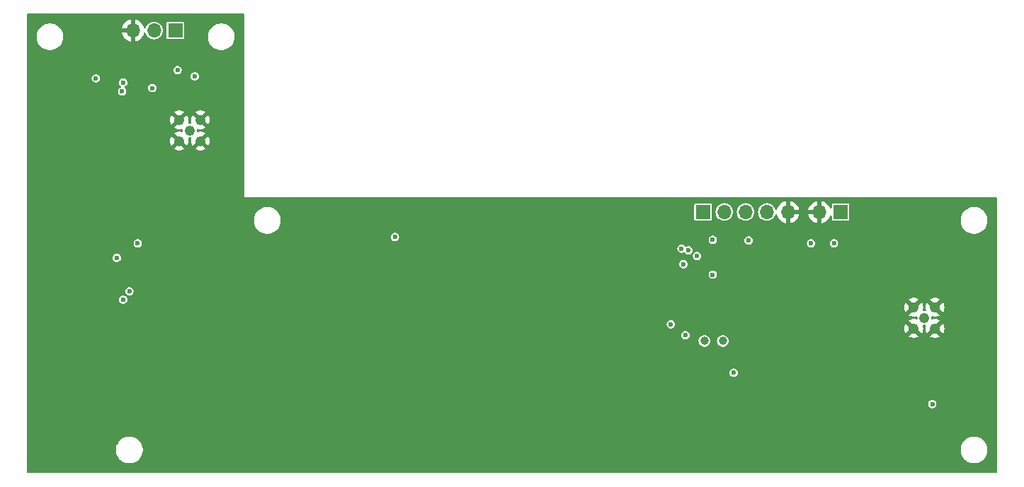
<source format=gbr>
%TF.GenerationSoftware,KiCad,Pcbnew,8.0.5*%
%TF.CreationDate,2024-12-20T11:35:35-05:00*%
%TF.ProjectId,mc3_afe,6d63335f-6166-4652-9e6b-696361645f70,rev?*%
%TF.SameCoordinates,Original*%
%TF.FileFunction,Copper,L2,Inr*%
%TF.FilePolarity,Positive*%
%FSLAX46Y46*%
G04 Gerber Fmt 4.6, Leading zero omitted, Abs format (unit mm)*
G04 Created by KiCad (PCBNEW 8.0.5) date 2024-12-20 11:35:35*
%MOMM*%
%LPD*%
G01*
G04 APERTURE LIST*
%TA.AperFunction,ComponentPad*%
%ADD10C,1.240000*%
%TD*%
%TA.AperFunction,ComponentPad*%
%ADD11C,1.000000*%
%TD*%
%TA.AperFunction,ComponentPad*%
%ADD12C,1.016000*%
%TD*%
%TA.AperFunction,ComponentPad*%
%ADD13R,1.700000X1.700000*%
%TD*%
%TA.AperFunction,ComponentPad*%
%ADD14O,1.700000X1.700000*%
%TD*%
%TA.AperFunction,ViaPad*%
%ADD15C,0.600000*%
%TD*%
G04 APERTURE END LIST*
D10*
%TO.N,Net-(J5-In)*%
%TO.C,J5*%
X173300000Y-94430000D03*
%TO.N,GND*%
X172030000Y-93160000D03*
X172030000Y-95700000D03*
X174570000Y-93160000D03*
X174570000Y-95700000D03*
%TD*%
D11*
%TO.N,Net-(U4-PUP2)*%
%TO.C,TP2*%
X149200000Y-97200000D03*
%TD*%
D10*
%TO.N,Net-(J2-In)*%
%TO.C,J2*%
X85480000Y-71980000D03*
%TO.N,GND*%
X84210000Y-70710000D03*
X84210000Y-73250000D03*
X86750000Y-70710000D03*
X86750000Y-73250000D03*
%TD*%
D12*
%TO.N,GND*%
%TO.C,U7*%
X137985000Y-89298000D03*
X137985000Y-90822000D03*
X125285000Y-94378000D03*
X125285000Y-95902000D03*
X137985000Y-94378000D03*
X137985000Y-95902000D03*
X125285000Y-99458000D03*
X125285000Y-100982000D03*
X137985000Y-99458000D03*
X137985000Y-100982000D03*
X125285000Y-104538000D03*
X125285000Y-106062000D03*
X131000000Y-90060000D03*
X131000000Y-92600000D03*
X131000000Y-95140000D03*
X131000000Y-97680000D03*
X131000000Y-100220000D03*
X131000000Y-102760000D03*
X131000000Y-105300000D03*
X132270000Y-90060000D03*
X132270000Y-92600000D03*
X132270000Y-95140000D03*
X132270000Y-97680000D03*
X132270000Y-100220000D03*
X132270000Y-102760000D03*
X132270000Y-105300000D03*
%TD*%
%TO.N,GND*%
%TO.C,U2*%
X110985000Y-89738000D03*
X110985000Y-91262000D03*
X98285000Y-94818000D03*
X98285000Y-96342000D03*
X110985000Y-94818000D03*
X110985000Y-96342000D03*
X98285000Y-99898000D03*
X98285000Y-101422000D03*
X110985000Y-99898000D03*
X110985000Y-101422000D03*
X98285000Y-104978000D03*
X98285000Y-106502000D03*
X104000000Y-90500000D03*
X104000000Y-93040000D03*
X104000000Y-95580000D03*
X104000000Y-98120000D03*
X104000000Y-100660000D03*
X104000000Y-103200000D03*
X104000000Y-105740000D03*
X105270000Y-90500000D03*
X105270000Y-93040000D03*
X105270000Y-95580000D03*
X105270000Y-98120000D03*
X105270000Y-100660000D03*
X105270000Y-103200000D03*
X105270000Y-105740000D03*
%TD*%
D13*
%TO.N,Net-(J9-Pin_1)*%
%TO.C,J9*%
X146840000Y-81750000D03*
D14*
%TO.N,Net-(J9-Pin_2)*%
X149380000Y-81750000D03*
%TO.N,Net-(J9-Pin_3)*%
X151920000Y-81750000D03*
%TO.N,Net-(J9-Pin_4)*%
X154460000Y-81750000D03*
%TO.N,GND*%
X157000000Y-81750000D03*
%TD*%
D13*
%TO.N,+12V*%
%TO.C,J10*%
X163290000Y-81750000D03*
D14*
%TO.N,GND*%
X160750000Y-81750000D03*
%TD*%
D13*
%TO.N,/SW1*%
%TO.C,J8*%
X83750000Y-60000000D03*
D14*
%TO.N,/SW2*%
X81210000Y-60000000D03*
%TO.N,GND*%
X78670000Y-60000000D03*
%TD*%
D11*
%TO.N,Net-(U4-PUP1)*%
%TO.C,TP1*%
X147000000Y-97200000D03*
%TD*%
D15*
%TO.N,GND*%
X85000000Y-110000000D03*
X72500000Y-62500000D03*
X102500000Y-112500000D03*
X77500000Y-102500000D03*
X97115686Y-82884314D03*
X147500000Y-102500000D03*
X122000000Y-89800000D03*
X160000000Y-110000000D03*
X117500000Y-97500000D03*
X137500000Y-82500000D03*
X77500000Y-82500000D03*
X90000000Y-95000000D03*
X107500000Y-112500000D03*
X80600000Y-92500000D03*
X75000000Y-110000000D03*
X87500000Y-77500000D03*
X142500000Y-107500000D03*
X112500000Y-112500000D03*
X155000000Y-90000000D03*
X153900000Y-99800000D03*
X113900000Y-103700000D03*
X112500000Y-100000000D03*
X158800000Y-93500000D03*
X157300000Y-95500000D03*
X167500000Y-92500000D03*
X87500000Y-112500000D03*
X72600000Y-96500000D03*
X164900000Y-100000000D03*
X75950000Y-92634323D03*
X155400000Y-102100000D03*
X168600000Y-97700000D03*
X130000000Y-110000000D03*
X120000000Y-110000000D03*
X75000000Y-100000000D03*
X150500000Y-95500000D03*
X87500000Y-67500000D03*
X154000000Y-95800000D03*
X140000000Y-85000000D03*
X142200000Y-104400000D03*
X163200000Y-95100000D03*
X90000000Y-80000000D03*
X82500000Y-107500000D03*
X177500000Y-112500000D03*
X137500000Y-112500000D03*
X110000000Y-110000000D03*
X122500000Y-87500000D03*
X92143291Y-82251908D03*
X167500000Y-82500000D03*
X85000000Y-80000000D03*
X132500000Y-82500000D03*
X166684314Y-88315686D03*
X70000000Y-80000000D03*
X90000000Y-105000000D03*
X170800000Y-91400000D03*
X85000000Y-105000000D03*
X122200000Y-93400000D03*
X77500000Y-107500000D03*
X177500000Y-102500000D03*
X163000000Y-97500000D03*
X100000000Y-110000000D03*
X177500000Y-97500000D03*
X160000000Y-105000000D03*
X127500000Y-112500000D03*
X82500000Y-82500000D03*
X90000000Y-70000000D03*
X72500000Y-102500000D03*
X120000000Y-105000000D03*
X77500000Y-77500000D03*
X102500000Y-87500000D03*
X135000000Y-85000000D03*
X82500000Y-112500000D03*
X72500000Y-97500000D03*
X120000000Y-95000000D03*
X147500000Y-107500000D03*
X117500000Y-82500000D03*
X160000000Y-90000000D03*
X90000000Y-65000000D03*
X79500000Y-93700000D03*
X72500000Y-77500000D03*
X115000000Y-110000000D03*
X87500000Y-107500000D03*
X127500000Y-82500000D03*
X87500000Y-82500000D03*
X139500000Y-100000000D03*
X170000000Y-85000000D03*
X143000000Y-89000000D03*
X92500000Y-97500000D03*
X122500000Y-82500000D03*
X157500000Y-107500000D03*
X150000000Y-105000000D03*
X92500000Y-92500000D03*
X180000000Y-90000000D03*
X168700000Y-95600000D03*
X80000000Y-65000000D03*
X175000000Y-90000000D03*
X70000000Y-85000000D03*
X122500000Y-102500000D03*
X170700000Y-97900000D03*
X74000000Y-92500000D03*
X82500000Y-77500000D03*
X151200000Y-97500000D03*
X166100000Y-96600000D03*
X104785689Y-85550000D03*
X117500000Y-107500000D03*
X180000000Y-95000000D03*
X102334314Y-82665686D03*
X77500000Y-112500000D03*
X105000000Y-110000000D03*
X94828830Y-85402534D03*
X151100000Y-90900000D03*
X167500000Y-107500000D03*
X85000000Y-100000000D03*
X141000000Y-90500000D03*
X135000000Y-110000000D03*
X80000000Y-75000000D03*
X132500000Y-112500000D03*
X112500000Y-95000000D03*
X155000000Y-105000000D03*
X180000000Y-100000000D03*
X80000000Y-70000000D03*
X90000000Y-100000000D03*
X162500000Y-107500000D03*
X122500000Y-112500000D03*
X82392165Y-67743135D03*
X82500000Y-97500000D03*
X142500000Y-92500000D03*
X159200000Y-98600000D03*
X70000000Y-95000000D03*
X162500000Y-112500000D03*
X157500000Y-87500000D03*
X157500000Y-102500000D03*
X140000000Y-110000000D03*
X175000000Y-110000000D03*
X180000000Y-105000000D03*
X72500000Y-112500000D03*
X177500000Y-92500000D03*
X155000000Y-110000000D03*
X75000000Y-80000000D03*
X67500000Y-77500000D03*
X87500000Y-97500000D03*
X73700000Y-98100000D03*
X160000000Y-95000000D03*
X82500000Y-102500000D03*
X168600000Y-93500000D03*
X75000000Y-75000000D03*
X155000000Y-85000000D03*
X145000000Y-105000000D03*
X142500000Y-82500000D03*
X72500000Y-82500000D03*
X122500000Y-107500000D03*
X70000000Y-100000000D03*
X85000000Y-75000000D03*
X142500000Y-96500000D03*
X90000000Y-75000000D03*
X67500000Y-82500000D03*
X73200000Y-93400000D03*
X152500000Y-112500000D03*
X165000000Y-110000000D03*
X157500000Y-92500000D03*
X125000000Y-110000000D03*
X141700000Y-100800000D03*
X67500000Y-62500000D03*
X175000000Y-100000000D03*
X130000000Y-85000000D03*
X167500000Y-112500000D03*
X177500000Y-87500000D03*
X141000000Y-93500000D03*
X132500000Y-87500000D03*
X82500000Y-62500000D03*
X152500000Y-102500000D03*
X144900000Y-91400000D03*
X153250000Y-85100000D03*
X180000000Y-85000000D03*
X87500000Y-102500000D03*
X172500000Y-112500000D03*
X77500000Y-62500000D03*
X172500000Y-97500000D03*
X157500000Y-112500000D03*
X165000000Y-90000000D03*
X80000000Y-100000000D03*
X175000000Y-85000000D03*
X67500000Y-112500000D03*
X157900000Y-89900000D03*
X122500000Y-97500000D03*
X172500000Y-87500000D03*
X107615686Y-82284314D03*
X112500000Y-97500000D03*
X70000000Y-110000000D03*
X100000000Y-85550000D03*
X80000000Y-105000000D03*
X177500000Y-107500000D03*
X72500000Y-87500000D03*
X159600000Y-102100000D03*
X72500000Y-107500000D03*
X170000000Y-110000000D03*
X79700000Y-97300000D03*
X172500000Y-82500000D03*
X67500000Y-97500000D03*
X70000000Y-65000000D03*
X80000000Y-80000000D03*
X78800000Y-98000000D03*
X152500000Y-107500000D03*
X117500000Y-112500000D03*
X75000000Y-60000000D03*
X120000000Y-100000000D03*
X112500000Y-82500000D03*
X75000000Y-105000000D03*
X146653809Y-87640921D03*
X117500000Y-102500000D03*
X125000000Y-85000000D03*
X92500000Y-87500000D03*
X143400000Y-90100000D03*
X70000000Y-75000000D03*
%TO.N,+5V*%
X79250000Y-85500000D03*
X110000000Y-84750000D03*
%TO.N,+3V0*%
X162500000Y-85500000D03*
X148000000Y-85080761D03*
X159750000Y-85500000D03*
X150500000Y-101000000D03*
X86080760Y-65500000D03*
X144725013Y-96500013D03*
X74250000Y-65750000D03*
X76750000Y-87250000D03*
X148000000Y-89250000D03*
%TO.N,+12V*%
X174250000Y-104750000D03*
%TO.N,/SW2*%
X81000000Y-66900000D03*
X77388682Y-67310883D03*
X78250000Y-91250000D03*
%TO.N,/SW1*%
X77500000Y-92250000D03*
X84000005Y-64750005D03*
X77500000Y-66249999D03*
%TO.N,Net-(J9-Pin_3)*%
X145093689Y-86343689D03*
%TO.N,Net-(J9-Pin_4)*%
X143000000Y-95200000D03*
%TO.N,Net-(J9-Pin_1)*%
X144500000Y-88000000D03*
%TO.N,Net-(J9-Pin_2)*%
X144268846Y-86138411D03*
%TO.N,Net-(U11-QE)*%
X146128753Y-87011627D03*
X152290691Y-85150000D03*
%TD*%
%TA.AperFunction,Conductor*%
%TO.N,GND*%
G36*
X91943039Y-58019685D02*
G01*
X91988794Y-58072489D01*
X92000000Y-58124000D01*
X92000000Y-80000000D01*
X181876000Y-80000000D01*
X181943039Y-80019685D01*
X181988794Y-80072489D01*
X182000000Y-80124000D01*
X182000000Y-112876000D01*
X181980315Y-112943039D01*
X181927511Y-112988794D01*
X181876000Y-113000000D01*
X66124000Y-113000000D01*
X66056961Y-112980315D01*
X66011206Y-112927511D01*
X66000000Y-112876000D01*
X66000000Y-110124265D01*
X76652466Y-110124265D01*
X76652466Y-110375734D01*
X76691801Y-110624090D01*
X76769508Y-110863244D01*
X76883668Y-111087293D01*
X77031463Y-111290717D01*
X77031467Y-111290722D01*
X77209277Y-111468532D01*
X77209282Y-111468536D01*
X77386720Y-111597451D01*
X77412710Y-111616334D01*
X77555474Y-111689076D01*
X77636755Y-111730491D01*
X77636757Y-111730491D01*
X77636760Y-111730493D01*
X77764949Y-111772144D01*
X77875909Y-111808198D01*
X78124266Y-111847534D01*
X78375729Y-111847534D01*
X78375734Y-111847534D01*
X78624090Y-111808198D01*
X78863240Y-111730493D01*
X79087290Y-111616334D01*
X79290724Y-111468531D01*
X79468531Y-111290724D01*
X79616334Y-111087290D01*
X79730493Y-110863240D01*
X79808198Y-110624090D01*
X79847534Y-110375729D01*
X79850000Y-110250000D01*
X79847534Y-110124271D01*
X79847533Y-110124265D01*
X177652466Y-110124265D01*
X177652466Y-110375734D01*
X177691801Y-110624090D01*
X177769508Y-110863244D01*
X177883668Y-111087293D01*
X178031463Y-111290717D01*
X178031467Y-111290722D01*
X178209277Y-111468532D01*
X178209282Y-111468536D01*
X178386720Y-111597451D01*
X178412710Y-111616334D01*
X178555474Y-111689076D01*
X178636755Y-111730491D01*
X178636757Y-111730491D01*
X178636760Y-111730493D01*
X178764949Y-111772144D01*
X178875909Y-111808198D01*
X179124266Y-111847534D01*
X179375729Y-111847534D01*
X179375734Y-111847534D01*
X179624090Y-111808198D01*
X179863240Y-111730493D01*
X180087290Y-111616334D01*
X180290724Y-111468531D01*
X180468531Y-111290724D01*
X180616334Y-111087290D01*
X180730493Y-110863240D01*
X180808198Y-110624090D01*
X180847534Y-110375729D01*
X180850000Y-110250000D01*
X180847534Y-110124271D01*
X180808198Y-109875910D01*
X180730493Y-109636760D01*
X180730491Y-109636757D01*
X180730491Y-109636755D01*
X180689076Y-109555474D01*
X180616334Y-109412710D01*
X180597451Y-109386720D01*
X180468536Y-109209282D01*
X180468532Y-109209277D01*
X180290722Y-109031467D01*
X180290717Y-109031463D01*
X180087293Y-108883668D01*
X180087292Y-108883667D01*
X180087290Y-108883666D01*
X180017322Y-108848015D01*
X179863244Y-108769508D01*
X179624090Y-108691801D01*
X179375734Y-108652466D01*
X179375729Y-108652466D01*
X179124271Y-108652466D01*
X179124266Y-108652466D01*
X178875909Y-108691801D01*
X178636755Y-108769508D01*
X178412706Y-108883668D01*
X178209282Y-109031463D01*
X178209277Y-109031467D01*
X178031467Y-109209277D01*
X178031463Y-109209282D01*
X177883668Y-109412706D01*
X177769508Y-109636755D01*
X177691801Y-109875909D01*
X177652466Y-110124265D01*
X79847533Y-110124265D01*
X79808198Y-109875910D01*
X79730493Y-109636760D01*
X79730491Y-109636757D01*
X79730491Y-109636755D01*
X79689076Y-109555474D01*
X79616334Y-109412710D01*
X79597451Y-109386720D01*
X79468536Y-109209282D01*
X79468532Y-109209277D01*
X79290722Y-109031467D01*
X79290717Y-109031463D01*
X79087293Y-108883668D01*
X79087292Y-108883667D01*
X79087290Y-108883666D01*
X79017322Y-108848015D01*
X78863244Y-108769508D01*
X78624090Y-108691801D01*
X78375734Y-108652466D01*
X78375729Y-108652466D01*
X78124271Y-108652466D01*
X78124266Y-108652466D01*
X77875909Y-108691801D01*
X77636755Y-108769508D01*
X77412706Y-108883668D01*
X77209282Y-109031463D01*
X77209277Y-109031467D01*
X77031467Y-109209277D01*
X77031463Y-109209282D01*
X76883668Y-109412706D01*
X76769508Y-109636755D01*
X76691801Y-109875909D01*
X76652466Y-110124265D01*
X66000000Y-110124265D01*
X66000000Y-104750000D01*
X173744353Y-104750000D01*
X173764834Y-104892456D01*
X173824622Y-105023371D01*
X173824623Y-105023373D01*
X173918872Y-105132143D01*
X174039947Y-105209953D01*
X174039950Y-105209954D01*
X174039949Y-105209954D01*
X174178036Y-105250499D01*
X174178038Y-105250500D01*
X174178039Y-105250500D01*
X174321962Y-105250500D01*
X174321962Y-105250499D01*
X174460053Y-105209953D01*
X174581128Y-105132143D01*
X174675377Y-105023373D01*
X174735165Y-104892457D01*
X174755647Y-104750000D01*
X174735165Y-104607543D01*
X174675377Y-104476627D01*
X174581128Y-104367857D01*
X174460053Y-104290047D01*
X174460051Y-104290046D01*
X174460049Y-104290045D01*
X174460050Y-104290045D01*
X174321963Y-104249500D01*
X174321961Y-104249500D01*
X174178039Y-104249500D01*
X174178036Y-104249500D01*
X174039949Y-104290045D01*
X173918873Y-104367856D01*
X173824623Y-104476626D01*
X173824622Y-104476628D01*
X173764834Y-104607543D01*
X173744353Y-104750000D01*
X66000000Y-104750000D01*
X66000000Y-101000000D01*
X149994353Y-101000000D01*
X150014834Y-101142456D01*
X150074622Y-101273371D01*
X150074623Y-101273373D01*
X150168872Y-101382143D01*
X150289947Y-101459953D01*
X150289950Y-101459954D01*
X150289949Y-101459954D01*
X150428036Y-101500499D01*
X150428038Y-101500500D01*
X150428039Y-101500500D01*
X150571962Y-101500500D01*
X150571962Y-101500499D01*
X150710053Y-101459953D01*
X150831128Y-101382143D01*
X150925377Y-101273373D01*
X150985165Y-101142457D01*
X151005647Y-101000000D01*
X150985165Y-100857543D01*
X150925377Y-100726627D01*
X150831128Y-100617857D01*
X150710053Y-100540047D01*
X150710051Y-100540046D01*
X150710049Y-100540045D01*
X150710050Y-100540045D01*
X150571963Y-100499500D01*
X150571961Y-100499500D01*
X150428039Y-100499500D01*
X150428036Y-100499500D01*
X150289949Y-100540045D01*
X150168873Y-100617856D01*
X150074623Y-100726626D01*
X150074622Y-100726628D01*
X150014834Y-100857543D01*
X149994353Y-101000000D01*
X66000000Y-101000000D01*
X66000000Y-97200000D01*
X146294355Y-97200000D01*
X146314859Y-97368869D01*
X146314860Y-97368874D01*
X146375182Y-97527931D01*
X146437475Y-97618177D01*
X146471817Y-97667929D01*
X146577505Y-97761560D01*
X146599150Y-97780736D01*
X146749773Y-97859789D01*
X146749775Y-97859790D01*
X146914944Y-97900500D01*
X147085056Y-97900500D01*
X147250225Y-97859790D01*
X147329692Y-97818081D01*
X147400849Y-97780736D01*
X147400850Y-97780734D01*
X147400852Y-97780734D01*
X147528183Y-97667929D01*
X147624818Y-97527930D01*
X147685140Y-97368872D01*
X147705645Y-97200000D01*
X148494355Y-97200000D01*
X148514859Y-97368869D01*
X148514860Y-97368874D01*
X148575182Y-97527931D01*
X148637475Y-97618177D01*
X148671817Y-97667929D01*
X148777505Y-97761560D01*
X148799150Y-97780736D01*
X148949773Y-97859789D01*
X148949775Y-97859790D01*
X149114944Y-97900500D01*
X149285056Y-97900500D01*
X149450225Y-97859790D01*
X149529692Y-97818081D01*
X149600849Y-97780736D01*
X149600850Y-97780734D01*
X149600852Y-97780734D01*
X149728183Y-97667929D01*
X149824818Y-97527930D01*
X149885140Y-97368872D01*
X149905645Y-97200000D01*
X149885140Y-97031128D01*
X149824818Y-96872070D01*
X149728183Y-96732071D01*
X149600852Y-96619266D01*
X149600849Y-96619263D01*
X149450226Y-96540210D01*
X149285056Y-96499500D01*
X149114944Y-96499500D01*
X148949773Y-96540210D01*
X148799150Y-96619263D01*
X148671816Y-96732072D01*
X148575182Y-96872068D01*
X148514860Y-97031125D01*
X148514859Y-97031130D01*
X148494355Y-97200000D01*
X147705645Y-97200000D01*
X147685140Y-97031128D01*
X147624818Y-96872070D01*
X147528183Y-96732071D01*
X147400852Y-96619266D01*
X147400849Y-96619263D01*
X147250226Y-96540210D01*
X147085056Y-96499500D01*
X146914944Y-96499500D01*
X146749773Y-96540210D01*
X146599150Y-96619263D01*
X146471816Y-96732072D01*
X146375182Y-96872068D01*
X146314860Y-97031125D01*
X146314859Y-97031130D01*
X146294355Y-97200000D01*
X66000000Y-97200000D01*
X66000000Y-96500013D01*
X144219366Y-96500013D01*
X144239847Y-96642469D01*
X144269261Y-96706875D01*
X144299636Y-96773386D01*
X144393885Y-96882156D01*
X144514960Y-96959966D01*
X144514963Y-96959967D01*
X144514962Y-96959967D01*
X144653049Y-97000512D01*
X144653051Y-97000513D01*
X144653052Y-97000513D01*
X144796975Y-97000513D01*
X144796975Y-97000512D01*
X144935066Y-96959966D01*
X145056141Y-96882156D01*
X145150390Y-96773386D01*
X145210178Y-96642470D01*
X145230660Y-96500013D01*
X145210178Y-96357556D01*
X145150390Y-96226640D01*
X145056141Y-96117870D01*
X144935066Y-96040060D01*
X144935064Y-96040059D01*
X144935062Y-96040058D01*
X144935063Y-96040058D01*
X144796976Y-95999513D01*
X144796974Y-95999513D01*
X144653052Y-95999513D01*
X144653049Y-95999513D01*
X144514962Y-96040058D01*
X144393886Y-96117869D01*
X144299636Y-96226639D01*
X144299635Y-96226641D01*
X144239847Y-96357556D01*
X144219366Y-96500013D01*
X66000000Y-96500013D01*
X66000000Y-95200000D01*
X142494353Y-95200000D01*
X142514834Y-95342456D01*
X142560347Y-95442114D01*
X142574623Y-95473373D01*
X142668872Y-95582143D01*
X142789947Y-95659953D01*
X142789950Y-95659954D01*
X142789949Y-95659954D01*
X142897107Y-95691417D01*
X142926336Y-95700000D01*
X142928036Y-95700499D01*
X142928038Y-95700500D01*
X142928039Y-95700500D01*
X143071962Y-95700500D01*
X143071962Y-95700499D01*
X143210053Y-95659953D01*
X143331128Y-95582143D01*
X143425377Y-95473373D01*
X143485165Y-95342457D01*
X143505647Y-95200000D01*
X143485165Y-95057543D01*
X143425377Y-94926627D01*
X143331128Y-94817857D01*
X143210053Y-94740047D01*
X143210051Y-94740046D01*
X143210049Y-94740045D01*
X143210050Y-94740045D01*
X143071963Y-94699500D01*
X143071961Y-94699500D01*
X142928039Y-94699500D01*
X142928036Y-94699500D01*
X142789949Y-94740045D01*
X142668873Y-94817856D01*
X142574623Y-94926626D01*
X142574622Y-94926628D01*
X142514834Y-95057543D01*
X142494353Y-95200000D01*
X66000000Y-95200000D01*
X66000000Y-93159999D01*
X170905202Y-93159999D01*
X170905202Y-93160000D01*
X170924353Y-93366676D01*
X170981158Y-93566327D01*
X171073673Y-93752123D01*
X171073681Y-93752136D01*
X171078254Y-93758191D01*
X171612356Y-93224089D01*
X171638622Y-93322114D01*
X171693916Y-93417886D01*
X171772114Y-93496084D01*
X171867886Y-93551378D01*
X171965909Y-93577642D01*
X171434785Y-94108767D01*
X171434785Y-94108768D01*
X171528625Y-94166872D01*
X171528634Y-94166877D01*
X171722186Y-94241859D01*
X171926219Y-94280000D01*
X172133781Y-94280000D01*
X172334125Y-94242549D01*
X172403640Y-94249580D01*
X172458319Y-94293078D01*
X172480801Y-94359231D01*
X172480130Y-94378321D01*
X172474308Y-94429995D01*
X172474308Y-94430004D01*
X172480130Y-94481678D01*
X172468075Y-94550500D01*
X172420726Y-94601879D01*
X172353116Y-94619503D01*
X172334126Y-94617450D01*
X172133782Y-94580000D01*
X171926219Y-94580000D01*
X171722186Y-94618140D01*
X171722185Y-94618140D01*
X171528634Y-94693121D01*
X171528633Y-94693122D01*
X171434784Y-94751231D01*
X171965909Y-95282356D01*
X171867886Y-95308622D01*
X171772114Y-95363916D01*
X171693916Y-95442114D01*
X171638622Y-95537886D01*
X171612356Y-95635909D01*
X171078254Y-95101807D01*
X171078253Y-95101808D01*
X171073679Y-95107866D01*
X171073675Y-95107872D01*
X170981158Y-95293672D01*
X170924353Y-95493323D01*
X170905202Y-95699999D01*
X170905202Y-95700000D01*
X170924353Y-95906676D01*
X170981158Y-96106327D01*
X171073673Y-96292123D01*
X171073681Y-96292136D01*
X171078254Y-96298191D01*
X171612356Y-95764089D01*
X171638622Y-95862114D01*
X171693916Y-95957886D01*
X171772114Y-96036084D01*
X171867886Y-96091378D01*
X171965909Y-96117643D01*
X171434785Y-96648767D01*
X171434785Y-96648768D01*
X171528625Y-96706872D01*
X171528634Y-96706877D01*
X171722186Y-96781859D01*
X171926219Y-96820000D01*
X172133781Y-96820000D01*
X172337813Y-96781859D01*
X172337814Y-96781859D01*
X172531370Y-96706875D01*
X172625214Y-96648768D01*
X172625214Y-96648767D01*
X172094090Y-96117642D01*
X172192114Y-96091378D01*
X172287886Y-96036084D01*
X172366084Y-95957886D01*
X172421378Y-95862114D01*
X172447643Y-95764089D01*
X172981744Y-96298190D01*
X172981745Y-96298190D01*
X172986324Y-96292127D01*
X172986326Y-96292124D01*
X173078840Y-96106330D01*
X173078841Y-96106329D01*
X173135646Y-95906676D01*
X173154798Y-95700000D01*
X173154798Y-95699999D01*
X173135646Y-95493319D01*
X173135645Y-95493316D01*
X173110958Y-95406548D01*
X173111545Y-95336681D01*
X173149812Y-95278222D01*
X173213609Y-95249732D01*
X173244104Y-95249394D01*
X173290511Y-95254622D01*
X173299999Y-95255692D01*
X173300000Y-95255692D01*
X173300001Y-95255692D01*
X173308111Y-95254778D01*
X173355892Y-95249394D01*
X173424712Y-95261448D01*
X173476092Y-95308796D01*
X173493717Y-95376406D01*
X173489042Y-95406547D01*
X173464353Y-95493321D01*
X173445202Y-95699999D01*
X173445202Y-95700000D01*
X173464353Y-95906676D01*
X173521158Y-96106327D01*
X173613673Y-96292123D01*
X173613681Y-96292136D01*
X173618254Y-96298191D01*
X174152356Y-95764089D01*
X174178622Y-95862114D01*
X174233916Y-95957886D01*
X174312114Y-96036084D01*
X174407886Y-96091378D01*
X174505909Y-96117643D01*
X173974785Y-96648767D01*
X173974785Y-96648768D01*
X174068625Y-96706872D01*
X174068634Y-96706877D01*
X174262186Y-96781859D01*
X174466219Y-96820000D01*
X174673781Y-96820000D01*
X174877813Y-96781859D01*
X174877814Y-96781859D01*
X175071370Y-96706875D01*
X175165214Y-96648768D01*
X175165214Y-96648767D01*
X174634090Y-96117642D01*
X174732114Y-96091378D01*
X174827886Y-96036084D01*
X174906084Y-95957886D01*
X174961378Y-95862114D01*
X174987643Y-95764090D01*
X175521744Y-96298190D01*
X175521745Y-96298190D01*
X175526324Y-96292127D01*
X175526326Y-96292124D01*
X175618840Y-96106330D01*
X175618841Y-96106329D01*
X175675646Y-95906676D01*
X175694798Y-95700000D01*
X175694798Y-95699999D01*
X175675646Y-95493323D01*
X175618841Y-95293670D01*
X175618840Y-95293669D01*
X175526328Y-95107879D01*
X175526324Y-95107873D01*
X175521744Y-95101808D01*
X174987643Y-95635909D01*
X174961378Y-95537886D01*
X174906084Y-95442114D01*
X174827886Y-95363916D01*
X174732114Y-95308622D01*
X174634089Y-95282356D01*
X175165214Y-94751231D01*
X175165213Y-94751229D01*
X175071374Y-94693126D01*
X174877813Y-94618140D01*
X174673781Y-94580000D01*
X174466218Y-94580000D01*
X174265873Y-94617450D01*
X174196358Y-94610419D01*
X174141680Y-94566921D01*
X174119198Y-94500767D01*
X174119869Y-94481676D01*
X174125692Y-94430000D01*
X174125692Y-94429998D01*
X174119869Y-94378323D01*
X174131923Y-94309501D01*
X174179271Y-94258121D01*
X174246882Y-94240496D01*
X174265874Y-94242549D01*
X174466219Y-94280000D01*
X174673781Y-94280000D01*
X174877813Y-94241859D01*
X174877814Y-94241859D01*
X175071370Y-94166875D01*
X175165214Y-94108768D01*
X175165214Y-94108767D01*
X174634090Y-93577643D01*
X174732114Y-93551378D01*
X174827886Y-93496084D01*
X174906084Y-93417886D01*
X174961378Y-93322114D01*
X174987643Y-93224090D01*
X175521744Y-93758190D01*
X175521745Y-93758190D01*
X175526324Y-93752127D01*
X175526326Y-93752124D01*
X175618840Y-93566330D01*
X175618841Y-93566329D01*
X175675646Y-93366676D01*
X175694798Y-93160000D01*
X175694798Y-93159999D01*
X175675646Y-92953323D01*
X175618841Y-92753670D01*
X175618840Y-92753669D01*
X175526328Y-92567879D01*
X175526324Y-92567873D01*
X175521744Y-92561808D01*
X174987643Y-93095909D01*
X174961378Y-92997886D01*
X174906084Y-92902114D01*
X174827886Y-92823916D01*
X174732114Y-92768622D01*
X174634089Y-92742356D01*
X175165214Y-92211231D01*
X175165213Y-92211229D01*
X175071374Y-92153126D01*
X174877813Y-92078140D01*
X174673781Y-92040000D01*
X174466219Y-92040000D01*
X174262186Y-92078140D01*
X174262185Y-92078140D01*
X174068634Y-92153121D01*
X174068633Y-92153122D01*
X173974784Y-92211231D01*
X174505910Y-92742356D01*
X174407886Y-92768622D01*
X174312114Y-92823916D01*
X174233916Y-92902114D01*
X174178622Y-92997886D01*
X174152356Y-93095909D01*
X173618254Y-92561807D01*
X173618253Y-92561808D01*
X173613679Y-92567866D01*
X173613675Y-92567872D01*
X173521158Y-92753672D01*
X173464353Y-92953323D01*
X173445202Y-93159999D01*
X173445202Y-93160000D01*
X173464353Y-93366678D01*
X173489042Y-93453452D01*
X173488454Y-93523319D01*
X173450187Y-93581778D01*
X173386389Y-93610267D01*
X173355892Y-93610605D01*
X173300004Y-93604308D01*
X173299996Y-93604308D01*
X173244106Y-93610605D01*
X173175284Y-93598550D01*
X173123905Y-93551201D01*
X173106281Y-93483591D01*
X173110957Y-93453450D01*
X173135646Y-93366679D01*
X173154798Y-93160000D01*
X173154798Y-93159999D01*
X173135646Y-92953323D01*
X173078841Y-92753670D01*
X173078840Y-92753669D01*
X172986328Y-92567879D01*
X172986324Y-92567873D01*
X172981744Y-92561808D01*
X172447642Y-93095909D01*
X172421378Y-92997886D01*
X172366084Y-92902114D01*
X172287886Y-92823916D01*
X172192114Y-92768622D01*
X172094089Y-92742356D01*
X172625214Y-92211231D01*
X172625213Y-92211229D01*
X172531374Y-92153126D01*
X172337813Y-92078140D01*
X172133781Y-92040000D01*
X171926219Y-92040000D01*
X171722186Y-92078140D01*
X171722185Y-92078140D01*
X171528634Y-92153121D01*
X171528633Y-92153122D01*
X171434784Y-92211231D01*
X171965910Y-92742356D01*
X171867886Y-92768622D01*
X171772114Y-92823916D01*
X171693916Y-92902114D01*
X171638622Y-92997886D01*
X171612356Y-93095909D01*
X171078254Y-92561807D01*
X171078253Y-92561808D01*
X171073679Y-92567866D01*
X171073675Y-92567872D01*
X170981158Y-92753672D01*
X170924353Y-92953323D01*
X170905202Y-93159999D01*
X66000000Y-93159999D01*
X66000000Y-92250000D01*
X76994353Y-92250000D01*
X77014834Y-92392456D01*
X77074622Y-92523371D01*
X77074623Y-92523373D01*
X77168872Y-92632143D01*
X77289947Y-92709953D01*
X77289950Y-92709954D01*
X77289949Y-92709954D01*
X77428036Y-92750499D01*
X77428038Y-92750500D01*
X77428039Y-92750500D01*
X77571962Y-92750500D01*
X77571962Y-92750499D01*
X77710053Y-92709953D01*
X77831128Y-92632143D01*
X77925377Y-92523373D01*
X77985165Y-92392457D01*
X78005647Y-92250000D01*
X77985165Y-92107543D01*
X77925377Y-91976627D01*
X77831128Y-91867857D01*
X77831126Y-91867855D01*
X77825320Y-91861155D01*
X77827797Y-91859007D01*
X77814902Y-91838927D01*
X77780794Y-91834015D01*
X77765295Y-91825549D01*
X77710051Y-91790045D01*
X77571963Y-91749500D01*
X77571961Y-91749500D01*
X77428039Y-91749500D01*
X77428036Y-91749500D01*
X77289949Y-91790045D01*
X77168873Y-91867856D01*
X77074623Y-91976626D01*
X77074622Y-91976628D01*
X77014834Y-92107543D01*
X76994353Y-92250000D01*
X66000000Y-92250000D01*
X66000000Y-91250000D01*
X77744353Y-91250000D01*
X77764834Y-91392456D01*
X77824622Y-91523371D01*
X77824623Y-91523373D01*
X77918872Y-91632143D01*
X77918873Y-91632143D01*
X77924680Y-91638845D01*
X77922201Y-91640992D01*
X77935097Y-91661071D01*
X77969211Y-91665987D01*
X77984698Y-91674446D01*
X78018446Y-91696135D01*
X78039948Y-91709954D01*
X78158108Y-91744647D01*
X78174633Y-91749500D01*
X78178036Y-91750499D01*
X78178038Y-91750500D01*
X78178039Y-91750500D01*
X78321962Y-91750500D01*
X78321962Y-91750499D01*
X78460053Y-91709953D01*
X78581128Y-91632143D01*
X78675377Y-91523373D01*
X78735165Y-91392457D01*
X78755647Y-91250000D01*
X78735165Y-91107543D01*
X78675377Y-90976627D01*
X78581128Y-90867857D01*
X78460053Y-90790047D01*
X78460051Y-90790046D01*
X78460049Y-90790045D01*
X78460050Y-90790045D01*
X78321963Y-90749500D01*
X78321961Y-90749500D01*
X78178039Y-90749500D01*
X78178036Y-90749500D01*
X78039949Y-90790045D01*
X77918873Y-90867856D01*
X77824623Y-90976626D01*
X77824622Y-90976628D01*
X77764834Y-91107543D01*
X77744353Y-91250000D01*
X66000000Y-91250000D01*
X66000000Y-89250000D01*
X147494353Y-89250000D01*
X147514834Y-89392456D01*
X147574622Y-89523371D01*
X147574623Y-89523373D01*
X147668872Y-89632143D01*
X147789947Y-89709953D01*
X147789950Y-89709954D01*
X147789949Y-89709954D01*
X147928036Y-89750499D01*
X147928038Y-89750500D01*
X147928039Y-89750500D01*
X148071962Y-89750500D01*
X148071962Y-89750499D01*
X148210053Y-89709953D01*
X148331128Y-89632143D01*
X148425377Y-89523373D01*
X148485165Y-89392457D01*
X148505647Y-89250000D01*
X148485165Y-89107543D01*
X148425377Y-88976627D01*
X148331128Y-88867857D01*
X148210053Y-88790047D01*
X148210051Y-88790046D01*
X148210049Y-88790045D01*
X148210050Y-88790045D01*
X148071963Y-88749500D01*
X148071961Y-88749500D01*
X147928039Y-88749500D01*
X147928036Y-88749500D01*
X147789949Y-88790045D01*
X147668873Y-88867856D01*
X147574623Y-88976626D01*
X147574622Y-88976628D01*
X147514834Y-89107543D01*
X147494353Y-89250000D01*
X66000000Y-89250000D01*
X66000000Y-88000000D01*
X143994353Y-88000000D01*
X144014834Y-88142456D01*
X144074622Y-88273371D01*
X144074623Y-88273373D01*
X144168872Y-88382143D01*
X144289947Y-88459953D01*
X144289950Y-88459954D01*
X144289949Y-88459954D01*
X144428036Y-88500499D01*
X144428038Y-88500500D01*
X144428039Y-88500500D01*
X144571962Y-88500500D01*
X144571962Y-88500499D01*
X144710053Y-88459953D01*
X144831128Y-88382143D01*
X144925377Y-88273373D01*
X144985165Y-88142457D01*
X145005647Y-88000000D01*
X144985165Y-87857543D01*
X144925377Y-87726627D01*
X144831128Y-87617857D01*
X144710053Y-87540047D01*
X144710051Y-87540046D01*
X144710049Y-87540045D01*
X144710050Y-87540045D01*
X144571963Y-87499500D01*
X144571961Y-87499500D01*
X144428039Y-87499500D01*
X144428036Y-87499500D01*
X144289949Y-87540045D01*
X144168873Y-87617856D01*
X144074623Y-87726626D01*
X144074622Y-87726628D01*
X144014834Y-87857543D01*
X143994353Y-88000000D01*
X66000000Y-88000000D01*
X66000000Y-87250000D01*
X76244353Y-87250000D01*
X76264834Y-87392456D01*
X76319487Y-87512127D01*
X76324623Y-87523373D01*
X76418872Y-87632143D01*
X76539947Y-87709953D01*
X76539950Y-87709954D01*
X76539949Y-87709954D01*
X76678036Y-87750499D01*
X76678038Y-87750500D01*
X76678039Y-87750500D01*
X76821962Y-87750500D01*
X76821962Y-87750499D01*
X76960053Y-87709953D01*
X77081128Y-87632143D01*
X77175377Y-87523373D01*
X77235165Y-87392457D01*
X77255647Y-87250000D01*
X77235165Y-87107543D01*
X77191361Y-87011627D01*
X145623106Y-87011627D01*
X145643587Y-87154083D01*
X145687392Y-87250000D01*
X145703376Y-87285000D01*
X145797625Y-87393770D01*
X145918700Y-87471580D01*
X145918703Y-87471581D01*
X145918702Y-87471581D01*
X146056789Y-87512126D01*
X146056791Y-87512127D01*
X146056792Y-87512127D01*
X146200715Y-87512127D01*
X146200715Y-87512126D01*
X146338806Y-87471580D01*
X146459881Y-87393770D01*
X146554130Y-87285000D01*
X146613918Y-87154084D01*
X146634400Y-87011627D01*
X146613918Y-86869170D01*
X146554130Y-86738254D01*
X146459881Y-86629484D01*
X146338806Y-86551674D01*
X146338804Y-86551673D01*
X146338802Y-86551672D01*
X146338803Y-86551672D01*
X146200716Y-86511127D01*
X146200714Y-86511127D01*
X146056792Y-86511127D01*
X146056789Y-86511127D01*
X145918702Y-86551672D01*
X145797625Y-86629483D01*
X145761434Y-86671250D01*
X145702655Y-86709024D01*
X145659829Y-86709023D01*
X145677457Y-86747621D01*
X145667514Y-86816779D01*
X145667514Y-86816780D01*
X145643587Y-86869172D01*
X145623106Y-87011627D01*
X77191361Y-87011627D01*
X77175377Y-86976627D01*
X77081128Y-86867857D01*
X76960053Y-86790047D01*
X76960051Y-86790046D01*
X76960049Y-86790045D01*
X76960050Y-86790045D01*
X76821963Y-86749500D01*
X76821961Y-86749500D01*
X76678039Y-86749500D01*
X76678036Y-86749500D01*
X76539949Y-86790045D01*
X76418873Y-86867856D01*
X76324623Y-86976626D01*
X76324622Y-86976628D01*
X76264834Y-87107543D01*
X76244353Y-87250000D01*
X66000000Y-87250000D01*
X66000000Y-86138411D01*
X143763199Y-86138411D01*
X143783680Y-86280867D01*
X143843468Y-86411782D01*
X143843469Y-86411784D01*
X143937718Y-86520554D01*
X144058793Y-86598364D01*
X144058796Y-86598365D01*
X144058795Y-86598365D01*
X144196882Y-86638910D01*
X144196884Y-86638911D01*
X144196885Y-86638911D01*
X144340808Y-86638911D01*
X144340808Y-86638910D01*
X144478899Y-86598364D01*
X144500126Y-86584721D01*
X144567165Y-86565036D01*
X144634205Y-86584719D01*
X144661081Y-86611591D01*
X144662504Y-86610359D01*
X144668311Y-86617061D01*
X144668312Y-86617062D01*
X144762561Y-86725832D01*
X144883636Y-86803642D01*
X144883639Y-86803643D01*
X144883638Y-86803643D01*
X145021725Y-86844188D01*
X145021727Y-86844189D01*
X145021728Y-86844189D01*
X145165651Y-86844189D01*
X145165651Y-86844188D01*
X145303742Y-86803642D01*
X145424817Y-86725832D01*
X145461007Y-86684065D01*
X145519783Y-86646292D01*
X145562612Y-86646292D01*
X145544984Y-86607691D01*
X145554927Y-86538537D01*
X145578854Y-86486146D01*
X145599336Y-86343689D01*
X145578854Y-86201232D01*
X145519066Y-86070316D01*
X145424817Y-85961546D01*
X145303742Y-85883736D01*
X145303740Y-85883735D01*
X145303738Y-85883734D01*
X145303739Y-85883734D01*
X145165652Y-85843189D01*
X145165650Y-85843189D01*
X145021728Y-85843189D01*
X145021725Y-85843189D01*
X144883638Y-85883734D01*
X144883636Y-85883735D01*
X144862404Y-85897380D01*
X144795364Y-85917063D01*
X144728325Y-85897377D01*
X144701454Y-85870507D01*
X144700031Y-85871741D01*
X144694222Y-85865037D01*
X144599974Y-85756268D01*
X144478899Y-85678458D01*
X144478897Y-85678457D01*
X144478895Y-85678456D01*
X144478896Y-85678456D01*
X144340809Y-85637911D01*
X144340807Y-85637911D01*
X144196885Y-85637911D01*
X144196882Y-85637911D01*
X144058795Y-85678456D01*
X143937719Y-85756267D01*
X143843469Y-85865037D01*
X143843468Y-85865039D01*
X143783680Y-85995954D01*
X143763199Y-86138411D01*
X66000000Y-86138411D01*
X66000000Y-85500000D01*
X78744353Y-85500000D01*
X78764834Y-85642456D01*
X78768508Y-85650500D01*
X78824623Y-85773373D01*
X78918872Y-85882143D01*
X79039947Y-85959953D01*
X79039950Y-85959954D01*
X79039949Y-85959954D01*
X79178036Y-86000499D01*
X79178038Y-86000500D01*
X79178039Y-86000500D01*
X79321962Y-86000500D01*
X79321962Y-86000499D01*
X79460053Y-85959953D01*
X79581128Y-85882143D01*
X79675377Y-85773373D01*
X79735165Y-85642457D01*
X79755647Y-85500000D01*
X79735165Y-85357543D01*
X79675377Y-85226627D01*
X79581128Y-85117857D01*
X79460053Y-85040047D01*
X79460051Y-85040046D01*
X79460049Y-85040045D01*
X79460050Y-85040045D01*
X79321963Y-84999500D01*
X79321961Y-84999500D01*
X79178039Y-84999500D01*
X79178036Y-84999500D01*
X79039949Y-85040045D01*
X78918873Y-85117856D01*
X78824623Y-85226626D01*
X78824622Y-85226628D01*
X78764834Y-85357543D01*
X78744353Y-85500000D01*
X66000000Y-85500000D01*
X66000000Y-84750000D01*
X109494353Y-84750000D01*
X109514834Y-84892456D01*
X109574622Y-85023371D01*
X109574623Y-85023373D01*
X109668872Y-85132143D01*
X109789947Y-85209953D01*
X109789950Y-85209954D01*
X109789949Y-85209954D01*
X109928036Y-85250499D01*
X109928038Y-85250500D01*
X109928039Y-85250500D01*
X110071962Y-85250500D01*
X110071962Y-85250499D01*
X110210053Y-85209953D01*
X110331128Y-85132143D01*
X110375650Y-85080761D01*
X147494353Y-85080761D01*
X147514834Y-85223217D01*
X147574622Y-85354132D01*
X147574623Y-85354134D01*
X147668872Y-85462904D01*
X147789947Y-85540714D01*
X147789950Y-85540715D01*
X147789949Y-85540715D01*
X147928036Y-85581260D01*
X147928038Y-85581261D01*
X147928039Y-85581261D01*
X148071962Y-85581261D01*
X148071962Y-85581260D01*
X148210053Y-85540714D01*
X148331128Y-85462904D01*
X148425377Y-85354134D01*
X148485165Y-85223218D01*
X148495692Y-85150000D01*
X151785044Y-85150000D01*
X151805525Y-85292456D01*
X151833692Y-85354132D01*
X151865314Y-85423373D01*
X151959563Y-85532143D01*
X152080638Y-85609953D01*
X152080641Y-85609954D01*
X152080640Y-85609954D01*
X152218727Y-85650499D01*
X152218729Y-85650500D01*
X152218730Y-85650500D01*
X152362653Y-85650500D01*
X152362653Y-85650499D01*
X152500744Y-85609953D01*
X152621819Y-85532143D01*
X152649671Y-85500000D01*
X159244353Y-85500000D01*
X159264834Y-85642456D01*
X159268508Y-85650500D01*
X159324623Y-85773373D01*
X159418872Y-85882143D01*
X159539947Y-85959953D01*
X159539950Y-85959954D01*
X159539949Y-85959954D01*
X159678036Y-86000499D01*
X159678038Y-86000500D01*
X159678039Y-86000500D01*
X159821962Y-86000500D01*
X159821962Y-86000499D01*
X159960053Y-85959953D01*
X160081128Y-85882143D01*
X160175377Y-85773373D01*
X160235165Y-85642457D01*
X160255647Y-85500000D01*
X161994353Y-85500000D01*
X162014834Y-85642456D01*
X162018508Y-85650500D01*
X162074623Y-85773373D01*
X162168872Y-85882143D01*
X162289947Y-85959953D01*
X162289950Y-85959954D01*
X162289949Y-85959954D01*
X162428036Y-86000499D01*
X162428038Y-86000500D01*
X162428039Y-86000500D01*
X162571962Y-86000500D01*
X162571962Y-86000499D01*
X162710053Y-85959953D01*
X162831128Y-85882143D01*
X162925377Y-85773373D01*
X162985165Y-85642457D01*
X163005647Y-85500000D01*
X162985165Y-85357543D01*
X162925377Y-85226627D01*
X162831128Y-85117857D01*
X162710053Y-85040047D01*
X162710051Y-85040046D01*
X162710049Y-85040045D01*
X162710050Y-85040045D01*
X162571963Y-84999500D01*
X162571961Y-84999500D01*
X162428039Y-84999500D01*
X162428036Y-84999500D01*
X162289949Y-85040045D01*
X162168873Y-85117856D01*
X162074623Y-85226626D01*
X162074622Y-85226628D01*
X162014834Y-85357543D01*
X161994353Y-85500000D01*
X160255647Y-85500000D01*
X160235165Y-85357543D01*
X160175377Y-85226627D01*
X160081128Y-85117857D01*
X159960053Y-85040047D01*
X159960051Y-85040046D01*
X159960049Y-85040045D01*
X159960050Y-85040045D01*
X159821963Y-84999500D01*
X159821961Y-84999500D01*
X159678039Y-84999500D01*
X159678036Y-84999500D01*
X159539949Y-85040045D01*
X159418873Y-85117856D01*
X159324623Y-85226626D01*
X159324622Y-85226628D01*
X159264834Y-85357543D01*
X159244353Y-85500000D01*
X152649671Y-85500000D01*
X152716068Y-85423373D01*
X152775856Y-85292457D01*
X152796338Y-85150000D01*
X152775856Y-85007543D01*
X152716068Y-84876627D01*
X152621819Y-84767857D01*
X152500744Y-84690047D01*
X152500742Y-84690046D01*
X152500740Y-84690045D01*
X152500741Y-84690045D01*
X152362654Y-84649500D01*
X152362652Y-84649500D01*
X152218730Y-84649500D01*
X152218727Y-84649500D01*
X152080640Y-84690045D01*
X151959564Y-84767856D01*
X151865314Y-84876626D01*
X151865313Y-84876628D01*
X151805525Y-85007543D01*
X151785044Y-85150000D01*
X148495692Y-85150000D01*
X148505647Y-85080761D01*
X148485165Y-84938304D01*
X148425377Y-84807388D01*
X148331128Y-84698618D01*
X148210053Y-84620808D01*
X148210051Y-84620807D01*
X148210049Y-84620806D01*
X148210050Y-84620806D01*
X148071963Y-84580261D01*
X148071961Y-84580261D01*
X147928039Y-84580261D01*
X147928036Y-84580261D01*
X147789949Y-84620806D01*
X147668873Y-84698617D01*
X147574623Y-84807387D01*
X147574622Y-84807389D01*
X147514834Y-84938304D01*
X147494353Y-85080761D01*
X110375650Y-85080761D01*
X110425377Y-85023373D01*
X110485165Y-84892457D01*
X110505647Y-84750000D01*
X110485165Y-84607543D01*
X110425377Y-84476627D01*
X110331128Y-84367857D01*
X110210053Y-84290047D01*
X110210051Y-84290046D01*
X110210049Y-84290045D01*
X110210050Y-84290045D01*
X110071963Y-84249500D01*
X110071961Y-84249500D01*
X109928039Y-84249500D01*
X109928036Y-84249500D01*
X109789949Y-84290045D01*
X109668873Y-84367856D01*
X109574623Y-84476626D01*
X109574622Y-84476628D01*
X109514834Y-84607543D01*
X109494353Y-84750000D01*
X66000000Y-84750000D01*
X66000000Y-82624265D01*
X93152466Y-82624265D01*
X93152466Y-82875734D01*
X93191801Y-83124090D01*
X93269508Y-83363244D01*
X93383668Y-83587293D01*
X93531463Y-83790717D01*
X93531467Y-83790722D01*
X93709277Y-83968532D01*
X93709282Y-83968536D01*
X93886720Y-84097451D01*
X93912710Y-84116334D01*
X94055474Y-84189076D01*
X94136755Y-84230491D01*
X94136757Y-84230491D01*
X94136760Y-84230493D01*
X94264949Y-84272144D01*
X94375909Y-84308198D01*
X94624266Y-84347534D01*
X94875729Y-84347534D01*
X94875734Y-84347534D01*
X95124090Y-84308198D01*
X95363240Y-84230493D01*
X95587290Y-84116334D01*
X95790724Y-83968531D01*
X95968531Y-83790724D01*
X96116334Y-83587290D01*
X96230493Y-83363240D01*
X96308198Y-83124090D01*
X96347534Y-82875729D01*
X96350000Y-82750000D01*
X96347534Y-82624271D01*
X96308198Y-82375910D01*
X96230493Y-82136760D01*
X96230491Y-82136757D01*
X96230491Y-82136755D01*
X96160810Y-82000000D01*
X96116334Y-81912710D01*
X95998119Y-81750000D01*
X95968536Y-81709282D01*
X95968532Y-81709277D01*
X95790722Y-81531467D01*
X95790717Y-81531463D01*
X95587293Y-81383668D01*
X95587292Y-81383667D01*
X95587290Y-81383666D01*
X95513451Y-81346043D01*
X95363244Y-81269508D01*
X95124090Y-81191801D01*
X94875734Y-81152466D01*
X94875729Y-81152466D01*
X94624271Y-81152466D01*
X94624266Y-81152466D01*
X94375909Y-81191801D01*
X94136755Y-81269508D01*
X93912706Y-81383668D01*
X93709282Y-81531463D01*
X93709277Y-81531467D01*
X93531467Y-81709277D01*
X93531463Y-81709282D01*
X93383668Y-81912706D01*
X93269508Y-82136755D01*
X93191801Y-82375909D01*
X93152466Y-82624265D01*
X66000000Y-82624265D01*
X66000000Y-80880247D01*
X145789500Y-80880247D01*
X145789500Y-82619752D01*
X145801131Y-82678229D01*
X145801132Y-82678230D01*
X145845447Y-82744552D01*
X145911769Y-82788867D01*
X145911770Y-82788868D01*
X145970247Y-82800499D01*
X145970250Y-82800500D01*
X145970252Y-82800500D01*
X147709750Y-82800500D01*
X147709751Y-82800499D01*
X147724568Y-82797552D01*
X147768229Y-82788868D01*
X147768229Y-82788867D01*
X147768231Y-82788867D01*
X147834552Y-82744552D01*
X147878867Y-82678231D01*
X147878867Y-82678229D01*
X147878868Y-82678229D01*
X147889600Y-82624271D01*
X147890500Y-82619748D01*
X147890500Y-81750000D01*
X148324417Y-81750000D01*
X148344699Y-81955932D01*
X148344700Y-81955934D01*
X148404768Y-82153954D01*
X148502315Y-82336450D01*
X148502317Y-82336452D01*
X148633589Y-82496410D01*
X148730209Y-82575702D01*
X148793550Y-82627685D01*
X148976046Y-82725232D01*
X149174066Y-82785300D01*
X149174065Y-82785300D01*
X149192529Y-82787118D01*
X149380000Y-82805583D01*
X149585934Y-82785300D01*
X149783954Y-82725232D01*
X149966450Y-82627685D01*
X150126410Y-82496410D01*
X150257685Y-82336450D01*
X150355232Y-82153954D01*
X150415300Y-81955934D01*
X150435583Y-81750000D01*
X150864417Y-81750000D01*
X150884699Y-81955932D01*
X150884700Y-81955934D01*
X150944768Y-82153954D01*
X151042315Y-82336450D01*
X151042317Y-82336452D01*
X151173589Y-82496410D01*
X151270209Y-82575702D01*
X151333550Y-82627685D01*
X151516046Y-82725232D01*
X151714066Y-82785300D01*
X151714065Y-82785300D01*
X151732529Y-82787118D01*
X151920000Y-82805583D01*
X152125934Y-82785300D01*
X152323954Y-82725232D01*
X152506450Y-82627685D01*
X152666410Y-82496410D01*
X152797685Y-82336450D01*
X152895232Y-82153954D01*
X152955300Y-81955934D01*
X152975583Y-81750000D01*
X153404417Y-81750000D01*
X153424699Y-81955932D01*
X153424700Y-81955934D01*
X153484768Y-82153954D01*
X153582315Y-82336450D01*
X153582317Y-82336452D01*
X153713589Y-82496410D01*
X153810209Y-82575702D01*
X153873550Y-82627685D01*
X154056046Y-82725232D01*
X154254066Y-82785300D01*
X154254065Y-82785300D01*
X154272529Y-82787118D01*
X154460000Y-82805583D01*
X154665934Y-82785300D01*
X154863954Y-82725232D01*
X155046450Y-82627685D01*
X155206410Y-82496410D01*
X155337685Y-82336450D01*
X155435232Y-82153954D01*
X155455406Y-82087446D01*
X155493702Y-82029010D01*
X155557514Y-82000553D01*
X155626581Y-82011112D01*
X155678975Y-82057336D01*
X155693841Y-82091349D01*
X155726567Y-82213486D01*
X155726570Y-82213492D01*
X155826399Y-82427578D01*
X155961894Y-82621082D01*
X156128917Y-82788105D01*
X156322421Y-82923600D01*
X156536507Y-83023429D01*
X156536516Y-83023433D01*
X156750000Y-83080634D01*
X156750000Y-82183012D01*
X156807007Y-82215925D01*
X156934174Y-82250000D01*
X157065826Y-82250000D01*
X157192993Y-82215925D01*
X157250000Y-82183012D01*
X157250000Y-83080633D01*
X157463483Y-83023433D01*
X157463492Y-83023429D01*
X157677578Y-82923600D01*
X157871082Y-82788105D01*
X158038105Y-82621082D01*
X158173600Y-82427578D01*
X158273429Y-82213492D01*
X158273432Y-82213486D01*
X158330636Y-82000000D01*
X157433012Y-82000000D01*
X157465925Y-81942993D01*
X157500000Y-81815826D01*
X157500000Y-81684174D01*
X157465925Y-81557007D01*
X157433012Y-81500000D01*
X158330636Y-81500000D01*
X158330635Y-81499999D01*
X159419364Y-81499999D01*
X159419364Y-81500000D01*
X160316988Y-81500000D01*
X160284075Y-81557007D01*
X160250000Y-81684174D01*
X160250000Y-81815826D01*
X160284075Y-81942993D01*
X160316988Y-82000000D01*
X159419364Y-82000000D01*
X159476567Y-82213486D01*
X159476570Y-82213492D01*
X159576399Y-82427578D01*
X159711894Y-82621082D01*
X159878917Y-82788105D01*
X160072421Y-82923600D01*
X160286507Y-83023429D01*
X160286516Y-83023433D01*
X160500000Y-83080634D01*
X160500000Y-82183012D01*
X160557007Y-82215925D01*
X160684174Y-82250000D01*
X160815826Y-82250000D01*
X160942993Y-82215925D01*
X161000000Y-82183012D01*
X161000000Y-83080633D01*
X161213483Y-83023433D01*
X161213492Y-83023429D01*
X161427578Y-82923600D01*
X161621082Y-82788105D01*
X161788105Y-82621082D01*
X161923599Y-82427578D01*
X162003118Y-82257051D01*
X162049290Y-82204612D01*
X162116484Y-82185460D01*
X162183365Y-82205676D01*
X162228699Y-82258841D01*
X162239500Y-82309456D01*
X162239500Y-82619752D01*
X162251131Y-82678229D01*
X162251132Y-82678230D01*
X162295447Y-82744552D01*
X162361769Y-82788867D01*
X162361770Y-82788868D01*
X162420247Y-82800499D01*
X162420250Y-82800500D01*
X162420252Y-82800500D01*
X164159750Y-82800500D01*
X164159751Y-82800499D01*
X164174568Y-82797552D01*
X164218229Y-82788868D01*
X164218229Y-82788867D01*
X164218231Y-82788867D01*
X164284552Y-82744552D01*
X164328867Y-82678231D01*
X164328867Y-82678229D01*
X164328868Y-82678229D01*
X164339600Y-82624271D01*
X164339601Y-82624265D01*
X177652466Y-82624265D01*
X177652466Y-82875734D01*
X177691801Y-83124090D01*
X177769508Y-83363244D01*
X177883668Y-83587293D01*
X178031463Y-83790717D01*
X178031467Y-83790722D01*
X178209277Y-83968532D01*
X178209282Y-83968536D01*
X178386720Y-84097451D01*
X178412710Y-84116334D01*
X178555474Y-84189076D01*
X178636755Y-84230491D01*
X178636757Y-84230491D01*
X178636760Y-84230493D01*
X178764949Y-84272144D01*
X178875909Y-84308198D01*
X179124266Y-84347534D01*
X179375729Y-84347534D01*
X179375734Y-84347534D01*
X179624090Y-84308198D01*
X179863240Y-84230493D01*
X180087290Y-84116334D01*
X180290724Y-83968531D01*
X180468531Y-83790724D01*
X180616334Y-83587290D01*
X180730493Y-83363240D01*
X180808198Y-83124090D01*
X180847534Y-82875729D01*
X180850000Y-82750000D01*
X180847534Y-82624271D01*
X180808198Y-82375910D01*
X180730493Y-82136760D01*
X180730491Y-82136757D01*
X180730491Y-82136755D01*
X180660810Y-82000000D01*
X180616334Y-81912710D01*
X180498119Y-81750000D01*
X180468536Y-81709282D01*
X180468532Y-81709277D01*
X180290722Y-81531467D01*
X180290717Y-81531463D01*
X180087293Y-81383668D01*
X180087292Y-81383667D01*
X180087290Y-81383666D01*
X180013451Y-81346043D01*
X179863244Y-81269508D01*
X179624090Y-81191801D01*
X179375734Y-81152466D01*
X179375729Y-81152466D01*
X179124271Y-81152466D01*
X179124266Y-81152466D01*
X178875909Y-81191801D01*
X178636755Y-81269508D01*
X178412706Y-81383668D01*
X178209282Y-81531463D01*
X178209277Y-81531467D01*
X178031467Y-81709277D01*
X178031463Y-81709282D01*
X177883668Y-81912706D01*
X177769508Y-82136755D01*
X177691801Y-82375909D01*
X177652466Y-82624265D01*
X164339601Y-82624265D01*
X164340500Y-82619748D01*
X164340500Y-80880252D01*
X164340500Y-80880249D01*
X164340499Y-80880247D01*
X164328868Y-80821770D01*
X164328867Y-80821769D01*
X164284552Y-80755447D01*
X164218230Y-80711132D01*
X164218229Y-80711131D01*
X164159752Y-80699500D01*
X164159748Y-80699500D01*
X162420252Y-80699500D01*
X162420247Y-80699500D01*
X162361770Y-80711131D01*
X162361769Y-80711132D01*
X162295447Y-80755447D01*
X162251132Y-80821769D01*
X162251131Y-80821770D01*
X162239500Y-80880247D01*
X162239500Y-81190543D01*
X162219815Y-81257582D01*
X162167011Y-81303337D01*
X162097853Y-81313281D01*
X162034297Y-81284256D01*
X162003118Y-81242948D01*
X161923600Y-81072422D01*
X161923599Y-81072420D01*
X161788113Y-80878926D01*
X161788108Y-80878920D01*
X161621082Y-80711894D01*
X161427578Y-80576399D01*
X161213492Y-80476570D01*
X161213486Y-80476567D01*
X161000000Y-80419364D01*
X161000000Y-81316988D01*
X160942993Y-81284075D01*
X160815826Y-81250000D01*
X160684174Y-81250000D01*
X160557007Y-81284075D01*
X160500000Y-81316988D01*
X160500000Y-80419364D01*
X160499999Y-80419364D01*
X160286513Y-80476567D01*
X160286507Y-80476570D01*
X160072422Y-80576399D01*
X160072420Y-80576400D01*
X159878926Y-80711886D01*
X159878920Y-80711891D01*
X159711891Y-80878920D01*
X159711886Y-80878926D01*
X159576400Y-81072420D01*
X159576399Y-81072422D01*
X159476570Y-81286507D01*
X159476567Y-81286513D01*
X159419364Y-81499999D01*
X158330635Y-81499999D01*
X158273432Y-81286513D01*
X158273429Y-81286507D01*
X158173600Y-81072422D01*
X158173599Y-81072420D01*
X158038113Y-80878926D01*
X158038108Y-80878920D01*
X157871082Y-80711894D01*
X157677578Y-80576399D01*
X157463492Y-80476570D01*
X157463486Y-80476567D01*
X157250000Y-80419364D01*
X157250000Y-81316988D01*
X157192993Y-81284075D01*
X157065826Y-81250000D01*
X156934174Y-81250000D01*
X156807007Y-81284075D01*
X156750000Y-81316988D01*
X156750000Y-80419364D01*
X156749999Y-80419364D01*
X156536513Y-80476567D01*
X156536507Y-80476570D01*
X156322422Y-80576399D01*
X156322420Y-80576400D01*
X156128926Y-80711886D01*
X156128920Y-80711891D01*
X155961891Y-80878920D01*
X155961886Y-80878926D01*
X155826400Y-81072420D01*
X155826399Y-81072422D01*
X155726570Y-81286507D01*
X155726567Y-81286514D01*
X155693841Y-81408650D01*
X155657476Y-81468310D01*
X155594629Y-81498839D01*
X155525253Y-81490544D01*
X155471375Y-81446059D01*
X155455406Y-81412553D01*
X155435232Y-81346046D01*
X155337685Y-81163550D01*
X155262897Y-81072420D01*
X155206410Y-81003589D01*
X155056121Y-80880252D01*
X155046450Y-80872315D01*
X154863954Y-80774768D01*
X154665934Y-80714700D01*
X154665932Y-80714699D01*
X154665934Y-80714699D01*
X154460000Y-80694417D01*
X154254067Y-80714699D01*
X154056043Y-80774769D01*
X153968114Y-80821769D01*
X153873550Y-80872315D01*
X153873548Y-80872316D01*
X153873547Y-80872317D01*
X153713589Y-81003589D01*
X153591411Y-81152466D01*
X153582315Y-81163550D01*
X153543643Y-81235898D01*
X153484769Y-81346043D01*
X153424699Y-81544067D01*
X153404417Y-81750000D01*
X152975583Y-81750000D01*
X152955300Y-81544066D01*
X152895232Y-81346046D01*
X152797685Y-81163550D01*
X152722897Y-81072420D01*
X152666410Y-81003589D01*
X152516121Y-80880252D01*
X152506450Y-80872315D01*
X152323954Y-80774768D01*
X152125934Y-80714700D01*
X152125932Y-80714699D01*
X152125934Y-80714699D01*
X151920000Y-80694417D01*
X151714067Y-80714699D01*
X151516043Y-80774769D01*
X151428114Y-80821769D01*
X151333550Y-80872315D01*
X151333548Y-80872316D01*
X151333547Y-80872317D01*
X151173589Y-81003589D01*
X151051411Y-81152466D01*
X151042315Y-81163550D01*
X151003643Y-81235898D01*
X150944769Y-81346043D01*
X150884699Y-81544067D01*
X150864417Y-81750000D01*
X150435583Y-81750000D01*
X150415300Y-81544066D01*
X150355232Y-81346046D01*
X150257685Y-81163550D01*
X150182897Y-81072420D01*
X150126410Y-81003589D01*
X149976121Y-80880252D01*
X149966450Y-80872315D01*
X149783954Y-80774768D01*
X149585934Y-80714700D01*
X149585932Y-80714699D01*
X149585934Y-80714699D01*
X149380000Y-80694417D01*
X149174067Y-80714699D01*
X148976043Y-80774769D01*
X148888114Y-80821769D01*
X148793550Y-80872315D01*
X148793548Y-80872316D01*
X148793547Y-80872317D01*
X148633589Y-81003589D01*
X148511411Y-81152466D01*
X148502315Y-81163550D01*
X148463643Y-81235898D01*
X148404769Y-81346043D01*
X148344699Y-81544067D01*
X148324417Y-81750000D01*
X147890500Y-81750000D01*
X147890500Y-80880252D01*
X147890500Y-80880249D01*
X147890499Y-80880247D01*
X147878868Y-80821770D01*
X147878867Y-80821769D01*
X147834552Y-80755447D01*
X147768230Y-80711132D01*
X147768229Y-80711131D01*
X147709752Y-80699500D01*
X147709748Y-80699500D01*
X145970252Y-80699500D01*
X145970247Y-80699500D01*
X145911770Y-80711131D01*
X145911769Y-80711132D01*
X145845447Y-80755447D01*
X145801132Y-80821769D01*
X145801131Y-80821770D01*
X145789500Y-80880247D01*
X66000000Y-80880247D01*
X66000000Y-70709999D01*
X83085202Y-70709999D01*
X83085202Y-70710000D01*
X83104353Y-70916676D01*
X83161158Y-71116327D01*
X83253673Y-71302123D01*
X83253681Y-71302136D01*
X83258254Y-71308191D01*
X83792356Y-70774089D01*
X83818622Y-70872114D01*
X83873916Y-70967886D01*
X83952114Y-71046084D01*
X84047886Y-71101378D01*
X84145909Y-71127642D01*
X83614785Y-71658767D01*
X83614785Y-71658768D01*
X83708625Y-71716872D01*
X83708634Y-71716877D01*
X83902186Y-71791859D01*
X84106219Y-71830000D01*
X84313781Y-71830000D01*
X84514125Y-71792549D01*
X84583640Y-71799580D01*
X84638319Y-71843078D01*
X84660801Y-71909231D01*
X84660130Y-71928321D01*
X84654308Y-71979995D01*
X84654308Y-71980004D01*
X84660130Y-72031678D01*
X84648075Y-72100500D01*
X84600726Y-72151879D01*
X84533116Y-72169503D01*
X84514126Y-72167450D01*
X84313782Y-72130000D01*
X84106219Y-72130000D01*
X83902186Y-72168140D01*
X83902185Y-72168140D01*
X83708634Y-72243121D01*
X83708633Y-72243122D01*
X83614784Y-72301231D01*
X84145909Y-72832356D01*
X84047886Y-72858622D01*
X83952114Y-72913916D01*
X83873916Y-72992114D01*
X83818622Y-73087886D01*
X83792356Y-73185909D01*
X83258254Y-72651807D01*
X83258253Y-72651808D01*
X83253679Y-72657866D01*
X83253675Y-72657872D01*
X83161158Y-72843672D01*
X83104353Y-73043323D01*
X83085202Y-73249999D01*
X83085202Y-73250000D01*
X83104353Y-73456676D01*
X83161158Y-73656327D01*
X83253673Y-73842123D01*
X83253681Y-73842136D01*
X83258254Y-73848191D01*
X83792356Y-73314089D01*
X83818622Y-73412114D01*
X83873916Y-73507886D01*
X83952114Y-73586084D01*
X84047886Y-73641378D01*
X84145909Y-73667643D01*
X83614785Y-74198767D01*
X83614785Y-74198768D01*
X83708625Y-74256872D01*
X83708634Y-74256877D01*
X83902186Y-74331859D01*
X84106219Y-74370000D01*
X84313781Y-74370000D01*
X84517813Y-74331859D01*
X84517814Y-74331859D01*
X84711370Y-74256875D01*
X84805214Y-74198768D01*
X84805214Y-74198767D01*
X84274090Y-73667642D01*
X84372114Y-73641378D01*
X84467886Y-73586084D01*
X84546084Y-73507886D01*
X84601378Y-73412114D01*
X84627643Y-73314089D01*
X85161744Y-73848190D01*
X85161745Y-73848190D01*
X85166324Y-73842127D01*
X85166326Y-73842124D01*
X85258840Y-73656330D01*
X85258841Y-73656329D01*
X85315646Y-73456676D01*
X85334798Y-73250000D01*
X85334798Y-73249999D01*
X85315646Y-73043319D01*
X85315645Y-73043316D01*
X85290958Y-72956548D01*
X85291545Y-72886681D01*
X85329812Y-72828222D01*
X85393609Y-72799732D01*
X85424104Y-72799394D01*
X85470511Y-72804622D01*
X85479999Y-72805692D01*
X85480000Y-72805692D01*
X85480001Y-72805692D01*
X85488111Y-72804778D01*
X85535892Y-72799394D01*
X85604712Y-72811448D01*
X85656092Y-72858796D01*
X85673717Y-72926406D01*
X85669042Y-72956547D01*
X85644353Y-73043321D01*
X85625202Y-73249999D01*
X85625202Y-73250000D01*
X85644353Y-73456676D01*
X85701158Y-73656327D01*
X85793673Y-73842123D01*
X85793681Y-73842136D01*
X85798254Y-73848191D01*
X86332356Y-73314089D01*
X86358622Y-73412114D01*
X86413916Y-73507886D01*
X86492114Y-73586084D01*
X86587886Y-73641378D01*
X86685909Y-73667643D01*
X86154785Y-74198767D01*
X86154785Y-74198768D01*
X86248625Y-74256872D01*
X86248634Y-74256877D01*
X86442186Y-74331859D01*
X86646219Y-74370000D01*
X86853781Y-74370000D01*
X87057813Y-74331859D01*
X87057814Y-74331859D01*
X87251370Y-74256875D01*
X87345214Y-74198768D01*
X87345214Y-74198767D01*
X86814090Y-73667642D01*
X86912114Y-73641378D01*
X87007886Y-73586084D01*
X87086084Y-73507886D01*
X87141378Y-73412114D01*
X87167643Y-73314090D01*
X87701744Y-73848190D01*
X87701745Y-73848190D01*
X87706324Y-73842127D01*
X87706326Y-73842124D01*
X87798840Y-73656330D01*
X87798841Y-73656329D01*
X87855646Y-73456676D01*
X87874798Y-73250000D01*
X87874798Y-73249999D01*
X87855646Y-73043323D01*
X87798841Y-72843670D01*
X87798840Y-72843669D01*
X87706328Y-72657879D01*
X87706324Y-72657873D01*
X87701744Y-72651808D01*
X87167643Y-73185909D01*
X87141378Y-73087886D01*
X87086084Y-72992114D01*
X87007886Y-72913916D01*
X86912114Y-72858622D01*
X86814089Y-72832356D01*
X87345214Y-72301231D01*
X87345213Y-72301229D01*
X87251374Y-72243126D01*
X87057813Y-72168140D01*
X86853781Y-72130000D01*
X86646218Y-72130000D01*
X86445873Y-72167450D01*
X86376358Y-72160419D01*
X86321680Y-72116921D01*
X86299198Y-72050767D01*
X86299869Y-72031676D01*
X86305692Y-71980000D01*
X86305692Y-71979998D01*
X86299869Y-71928323D01*
X86311923Y-71859501D01*
X86359271Y-71808121D01*
X86426882Y-71790496D01*
X86445874Y-71792549D01*
X86646219Y-71830000D01*
X86853781Y-71830000D01*
X87057813Y-71791859D01*
X87057814Y-71791859D01*
X87251370Y-71716875D01*
X87345214Y-71658768D01*
X87345214Y-71658767D01*
X86814090Y-71127643D01*
X86912114Y-71101378D01*
X87007886Y-71046084D01*
X87086084Y-70967886D01*
X87141378Y-70872114D01*
X87167643Y-70774090D01*
X87701744Y-71308190D01*
X87701745Y-71308190D01*
X87706324Y-71302127D01*
X87706326Y-71302124D01*
X87798840Y-71116330D01*
X87798841Y-71116329D01*
X87855646Y-70916676D01*
X87874798Y-70710000D01*
X87874798Y-70709999D01*
X87855646Y-70503323D01*
X87798841Y-70303670D01*
X87798840Y-70303669D01*
X87706328Y-70117879D01*
X87706324Y-70117873D01*
X87701744Y-70111808D01*
X87167643Y-70645909D01*
X87141378Y-70547886D01*
X87086084Y-70452114D01*
X87007886Y-70373916D01*
X86912114Y-70318622D01*
X86814089Y-70292356D01*
X87345214Y-69761231D01*
X87345213Y-69761229D01*
X87251374Y-69703126D01*
X87057813Y-69628140D01*
X86853781Y-69590000D01*
X86646219Y-69590000D01*
X86442186Y-69628140D01*
X86442185Y-69628140D01*
X86248634Y-69703121D01*
X86248633Y-69703122D01*
X86154784Y-69761231D01*
X86685910Y-70292356D01*
X86587886Y-70318622D01*
X86492114Y-70373916D01*
X86413916Y-70452114D01*
X86358622Y-70547886D01*
X86332356Y-70645909D01*
X85798254Y-70111807D01*
X85798253Y-70111808D01*
X85793679Y-70117866D01*
X85793675Y-70117872D01*
X85701158Y-70303672D01*
X85644353Y-70503323D01*
X85625202Y-70709999D01*
X85625202Y-70710000D01*
X85644353Y-70916678D01*
X85669042Y-71003452D01*
X85668454Y-71073319D01*
X85630187Y-71131778D01*
X85566389Y-71160267D01*
X85535892Y-71160605D01*
X85480004Y-71154308D01*
X85479996Y-71154308D01*
X85424106Y-71160605D01*
X85355284Y-71148550D01*
X85303905Y-71101201D01*
X85286281Y-71033591D01*
X85290957Y-71003450D01*
X85315646Y-70916679D01*
X85334798Y-70710000D01*
X85334798Y-70709999D01*
X85315646Y-70503323D01*
X85258841Y-70303670D01*
X85258840Y-70303669D01*
X85166328Y-70117879D01*
X85166324Y-70117873D01*
X85161744Y-70111808D01*
X84627642Y-70645909D01*
X84601378Y-70547886D01*
X84546084Y-70452114D01*
X84467886Y-70373916D01*
X84372114Y-70318622D01*
X84274089Y-70292356D01*
X84805214Y-69761231D01*
X84805213Y-69761229D01*
X84711374Y-69703126D01*
X84517813Y-69628140D01*
X84313781Y-69590000D01*
X84106219Y-69590000D01*
X83902186Y-69628140D01*
X83902185Y-69628140D01*
X83708634Y-69703121D01*
X83708633Y-69703122D01*
X83614784Y-69761231D01*
X84145910Y-70292356D01*
X84047886Y-70318622D01*
X83952114Y-70373916D01*
X83873916Y-70452114D01*
X83818622Y-70547886D01*
X83792356Y-70645909D01*
X83258254Y-70111807D01*
X83258253Y-70111808D01*
X83253679Y-70117866D01*
X83253675Y-70117872D01*
X83161158Y-70303672D01*
X83104353Y-70503323D01*
X83085202Y-70709999D01*
X66000000Y-70709999D01*
X66000000Y-67310883D01*
X76883035Y-67310883D01*
X76903516Y-67453339D01*
X76963304Y-67584254D01*
X76963305Y-67584256D01*
X77057554Y-67693026D01*
X77178629Y-67770836D01*
X77178632Y-67770837D01*
X77178631Y-67770837D01*
X77316718Y-67811382D01*
X77316720Y-67811383D01*
X77316721Y-67811383D01*
X77460644Y-67811383D01*
X77460644Y-67811382D01*
X77598735Y-67770836D01*
X77719810Y-67693026D01*
X77814059Y-67584256D01*
X77873847Y-67453340D01*
X77894329Y-67310883D01*
X77873847Y-67168426D01*
X77814059Y-67037510D01*
X77719810Y-66928740D01*
X77719807Y-66928738D01*
X77707028Y-66920525D01*
X77689243Y-66900000D01*
X80494353Y-66900000D01*
X80514834Y-67042456D01*
X80572364Y-67168426D01*
X80574623Y-67173373D01*
X80668872Y-67282143D01*
X80789947Y-67359953D01*
X80789950Y-67359954D01*
X80789949Y-67359954D01*
X80928036Y-67400499D01*
X80928038Y-67400500D01*
X80928039Y-67400500D01*
X81071962Y-67400500D01*
X81071962Y-67400499D01*
X81210053Y-67359953D01*
X81331128Y-67282143D01*
X81425377Y-67173373D01*
X81485165Y-67042457D01*
X81505647Y-66900000D01*
X81485165Y-66757543D01*
X81425377Y-66626627D01*
X81331128Y-66517857D01*
X81210053Y-66440047D01*
X81210051Y-66440046D01*
X81210049Y-66440045D01*
X81210050Y-66440045D01*
X81071963Y-66399500D01*
X81071961Y-66399500D01*
X80928039Y-66399500D01*
X80928036Y-66399500D01*
X80789949Y-66440045D01*
X80668873Y-66517856D01*
X80574623Y-66626626D01*
X80574622Y-66626628D01*
X80514834Y-66757543D01*
X80494353Y-66900000D01*
X77689243Y-66900000D01*
X77661273Y-66867720D01*
X77651330Y-66798562D01*
X77680356Y-66735006D01*
X77707029Y-66711894D01*
X77710048Y-66709953D01*
X77710053Y-66709952D01*
X77831128Y-66632142D01*
X77925377Y-66523372D01*
X77985165Y-66392456D01*
X78005647Y-66249999D01*
X77985165Y-66107542D01*
X77925377Y-65976626D01*
X77831128Y-65867856D01*
X77710053Y-65790046D01*
X77710051Y-65790045D01*
X77710049Y-65790044D01*
X77710050Y-65790044D01*
X77571963Y-65749499D01*
X77571961Y-65749499D01*
X77428039Y-65749499D01*
X77428036Y-65749499D01*
X77289949Y-65790044D01*
X77168873Y-65867855D01*
X77074623Y-65976625D01*
X77074622Y-65976627D01*
X77014834Y-66107542D01*
X76994353Y-66249999D01*
X77014834Y-66392455D01*
X77036568Y-66440045D01*
X77074623Y-66523372D01*
X77168872Y-66632142D01*
X77181652Y-66640355D01*
X77227407Y-66693159D01*
X77237351Y-66762318D01*
X77208326Y-66825873D01*
X77181653Y-66848986D01*
X77057556Y-66928738D01*
X76963305Y-67037509D01*
X76963304Y-67037511D01*
X76903516Y-67168426D01*
X76883035Y-67310883D01*
X66000000Y-67310883D01*
X66000000Y-65750000D01*
X73744353Y-65750000D01*
X73764834Y-65892456D01*
X73814177Y-66000499D01*
X73824623Y-66023373D01*
X73918872Y-66132143D01*
X74039947Y-66209953D01*
X74039950Y-66209954D01*
X74039949Y-66209954D01*
X74178036Y-66250499D01*
X74178038Y-66250500D01*
X74178039Y-66250500D01*
X74321962Y-66250500D01*
X74321962Y-66250499D01*
X74460053Y-66209953D01*
X74581128Y-66132143D01*
X74675377Y-66023373D01*
X74735165Y-65892457D01*
X74755647Y-65750000D01*
X74735165Y-65607543D01*
X74686051Y-65500000D01*
X85575113Y-65500000D01*
X85595594Y-65642456D01*
X85644480Y-65749499D01*
X85655383Y-65773373D01*
X85749632Y-65882143D01*
X85870707Y-65959953D01*
X85870710Y-65959954D01*
X85870709Y-65959954D01*
X86008796Y-66000499D01*
X86008798Y-66000500D01*
X86008799Y-66000500D01*
X86152722Y-66000500D01*
X86152722Y-66000499D01*
X86290813Y-65959953D01*
X86411888Y-65882143D01*
X86506137Y-65773373D01*
X86565925Y-65642457D01*
X86586407Y-65500000D01*
X86565925Y-65357543D01*
X86506137Y-65226627D01*
X86411888Y-65117857D01*
X86290813Y-65040047D01*
X86290811Y-65040046D01*
X86290809Y-65040045D01*
X86290810Y-65040045D01*
X86152723Y-64999500D01*
X86152721Y-64999500D01*
X86008799Y-64999500D01*
X86008796Y-64999500D01*
X85870709Y-65040045D01*
X85749633Y-65117856D01*
X85655383Y-65226626D01*
X85655382Y-65226628D01*
X85595594Y-65357543D01*
X85575113Y-65500000D01*
X74686051Y-65500000D01*
X74675377Y-65476627D01*
X74581128Y-65367857D01*
X74460053Y-65290047D01*
X74460051Y-65290046D01*
X74460049Y-65290045D01*
X74460050Y-65290045D01*
X74321963Y-65249500D01*
X74321961Y-65249500D01*
X74178039Y-65249500D01*
X74178036Y-65249500D01*
X74039949Y-65290045D01*
X73918873Y-65367856D01*
X73824623Y-65476626D01*
X73824622Y-65476628D01*
X73764834Y-65607543D01*
X73744353Y-65750000D01*
X66000000Y-65750000D01*
X66000000Y-64750005D01*
X83494358Y-64750005D01*
X83514839Y-64892461D01*
X83563723Y-64999500D01*
X83574628Y-65023378D01*
X83668877Y-65132148D01*
X83789952Y-65209958D01*
X83789955Y-65209959D01*
X83789954Y-65209959D01*
X83846725Y-65226628D01*
X83924621Y-65249500D01*
X83928041Y-65250504D01*
X83928043Y-65250505D01*
X83928044Y-65250505D01*
X84071967Y-65250505D01*
X84071967Y-65250504D01*
X84210058Y-65209958D01*
X84331133Y-65132148D01*
X84425382Y-65023378D01*
X84485170Y-64892462D01*
X84505652Y-64750005D01*
X84485170Y-64607548D01*
X84425382Y-64476632D01*
X84331133Y-64367862D01*
X84210058Y-64290052D01*
X84210056Y-64290051D01*
X84210054Y-64290050D01*
X84210055Y-64290050D01*
X84071968Y-64249505D01*
X84071966Y-64249505D01*
X83928044Y-64249505D01*
X83928041Y-64249505D01*
X83789954Y-64290050D01*
X83668878Y-64367861D01*
X83574628Y-64476631D01*
X83574627Y-64476633D01*
X83514839Y-64607548D01*
X83494358Y-64750005D01*
X66000000Y-64750005D01*
X66000000Y-60624265D01*
X67152466Y-60624265D01*
X67152466Y-60875734D01*
X67191801Y-61124090D01*
X67269508Y-61363244D01*
X67383668Y-61587293D01*
X67531463Y-61790717D01*
X67531467Y-61790722D01*
X67709277Y-61968532D01*
X67709282Y-61968536D01*
X67886720Y-62097451D01*
X67912710Y-62116334D01*
X68055474Y-62189076D01*
X68136755Y-62230491D01*
X68136757Y-62230491D01*
X68136760Y-62230493D01*
X68264949Y-62272144D01*
X68375909Y-62308198D01*
X68624266Y-62347534D01*
X68875729Y-62347534D01*
X68875734Y-62347534D01*
X69124090Y-62308198D01*
X69363240Y-62230493D01*
X69587290Y-62116334D01*
X69790724Y-61968531D01*
X69968531Y-61790724D01*
X70116334Y-61587290D01*
X70230493Y-61363240D01*
X70308198Y-61124090D01*
X70347534Y-60875729D01*
X70350000Y-60750000D01*
X70347534Y-60624271D01*
X70308198Y-60375910D01*
X70230493Y-60136760D01*
X70230491Y-60136757D01*
X70230491Y-60136755D01*
X70160810Y-60000000D01*
X70116334Y-59912710D01*
X69998118Y-59749999D01*
X77339364Y-59749999D01*
X77339364Y-59750000D01*
X78236988Y-59750000D01*
X78204075Y-59807007D01*
X78170000Y-59934174D01*
X78170000Y-60065826D01*
X78204075Y-60192993D01*
X78236988Y-60250000D01*
X77339364Y-60250000D01*
X77396567Y-60463486D01*
X77396570Y-60463492D01*
X77496399Y-60677578D01*
X77631894Y-60871082D01*
X77798917Y-61038105D01*
X77992421Y-61173600D01*
X78206507Y-61273429D01*
X78206516Y-61273433D01*
X78420000Y-61330634D01*
X78420000Y-60433012D01*
X78477007Y-60465925D01*
X78604174Y-60500000D01*
X78735826Y-60500000D01*
X78862993Y-60465925D01*
X78920000Y-60433012D01*
X78920000Y-61330633D01*
X79133483Y-61273433D01*
X79133492Y-61273429D01*
X79347578Y-61173600D01*
X79541082Y-61038105D01*
X79708105Y-60871082D01*
X79843600Y-60677578D01*
X79943429Y-60463492D01*
X79943433Y-60463483D01*
X79976158Y-60341350D01*
X80012522Y-60281690D01*
X80075369Y-60251160D01*
X80144745Y-60259454D01*
X80198623Y-60303939D01*
X80214593Y-60337447D01*
X80234768Y-60403954D01*
X80332315Y-60586450D01*
X80332317Y-60586452D01*
X80463589Y-60746410D01*
X80560209Y-60825702D01*
X80623550Y-60877685D01*
X80806046Y-60975232D01*
X81004066Y-61035300D01*
X81004065Y-61035300D01*
X81022529Y-61037118D01*
X81210000Y-61055583D01*
X81415934Y-61035300D01*
X81613954Y-60975232D01*
X81796450Y-60877685D01*
X81956410Y-60746410D01*
X82087685Y-60586450D01*
X82185232Y-60403954D01*
X82245300Y-60205934D01*
X82265583Y-60000000D01*
X82245300Y-59794066D01*
X82185232Y-59596046D01*
X82087685Y-59413550D01*
X82012897Y-59322420D01*
X81956410Y-59253589D01*
X81806121Y-59130252D01*
X81806115Y-59130247D01*
X82699500Y-59130247D01*
X82699500Y-60869752D01*
X82711131Y-60928229D01*
X82711132Y-60928230D01*
X82755447Y-60994552D01*
X82821769Y-61038867D01*
X82821770Y-61038868D01*
X82880247Y-61050499D01*
X82880250Y-61050500D01*
X82880252Y-61050500D01*
X84619750Y-61050500D01*
X84619751Y-61050499D01*
X84634568Y-61047552D01*
X84678229Y-61038868D01*
X84678229Y-61038867D01*
X84678231Y-61038867D01*
X84744552Y-60994552D01*
X84788867Y-60928231D01*
X84788867Y-60928229D01*
X84788868Y-60928229D01*
X84799310Y-60875729D01*
X84800500Y-60869748D01*
X84800500Y-60624265D01*
X87652466Y-60624265D01*
X87652466Y-60875734D01*
X87691801Y-61124090D01*
X87769508Y-61363244D01*
X87883668Y-61587293D01*
X88031463Y-61790717D01*
X88031467Y-61790722D01*
X88209277Y-61968532D01*
X88209282Y-61968536D01*
X88386720Y-62097451D01*
X88412710Y-62116334D01*
X88555474Y-62189076D01*
X88636755Y-62230491D01*
X88636757Y-62230491D01*
X88636760Y-62230493D01*
X88764949Y-62272144D01*
X88875909Y-62308198D01*
X89124266Y-62347534D01*
X89375729Y-62347534D01*
X89375734Y-62347534D01*
X89624090Y-62308198D01*
X89863240Y-62230493D01*
X90087290Y-62116334D01*
X90290724Y-61968531D01*
X90468531Y-61790724D01*
X90616334Y-61587290D01*
X90730493Y-61363240D01*
X90808198Y-61124090D01*
X90847534Y-60875729D01*
X90850000Y-60750000D01*
X90847534Y-60624271D01*
X90808198Y-60375910D01*
X90730493Y-60136760D01*
X90730491Y-60136757D01*
X90730491Y-60136755D01*
X90660810Y-60000000D01*
X90616334Y-59912710D01*
X90477042Y-59720990D01*
X90468536Y-59709282D01*
X90468532Y-59709277D01*
X90290722Y-59531467D01*
X90290717Y-59531463D01*
X90087293Y-59383668D01*
X90087292Y-59383667D01*
X90087290Y-59383666D01*
X89967088Y-59322420D01*
X89863244Y-59269508D01*
X89624090Y-59191801D01*
X89375734Y-59152466D01*
X89375729Y-59152466D01*
X89124271Y-59152466D01*
X89124266Y-59152466D01*
X88875909Y-59191801D01*
X88636755Y-59269508D01*
X88412706Y-59383668D01*
X88209282Y-59531463D01*
X88209277Y-59531467D01*
X88031467Y-59709277D01*
X88031463Y-59709282D01*
X87883668Y-59912706D01*
X87769508Y-60136755D01*
X87691801Y-60375909D01*
X87652466Y-60624265D01*
X84800500Y-60624265D01*
X84800500Y-59130252D01*
X84800500Y-59130249D01*
X84800499Y-59130247D01*
X84788868Y-59071770D01*
X84788867Y-59071769D01*
X84744552Y-59005447D01*
X84678230Y-58961132D01*
X84678229Y-58961131D01*
X84619752Y-58949500D01*
X84619748Y-58949500D01*
X82880252Y-58949500D01*
X82880247Y-58949500D01*
X82821770Y-58961131D01*
X82821769Y-58961132D01*
X82755447Y-59005447D01*
X82711132Y-59071769D01*
X82711131Y-59071770D01*
X82699500Y-59130247D01*
X81806115Y-59130247D01*
X81796450Y-59122315D01*
X81613954Y-59024768D01*
X81415934Y-58964700D01*
X81415932Y-58964699D01*
X81415934Y-58964699D01*
X81210000Y-58944417D01*
X81004067Y-58964699D01*
X80806043Y-59024769D01*
X80718114Y-59071769D01*
X80623550Y-59122315D01*
X80623548Y-59122316D01*
X80623547Y-59122317D01*
X80463589Y-59253589D01*
X80332317Y-59413547D01*
X80234767Y-59596046D01*
X80214593Y-59662552D01*
X80176296Y-59720990D01*
X80112483Y-59749447D01*
X80043416Y-59738886D01*
X79991023Y-59692661D01*
X79976158Y-59658649D01*
X79943433Y-59536516D01*
X79943429Y-59536507D01*
X79843600Y-59322422D01*
X79843599Y-59322420D01*
X79708113Y-59128926D01*
X79708108Y-59128920D01*
X79541082Y-58961894D01*
X79347578Y-58826399D01*
X79133492Y-58726570D01*
X79133486Y-58726567D01*
X78920000Y-58669364D01*
X78920000Y-59566988D01*
X78862993Y-59534075D01*
X78735826Y-59500000D01*
X78604174Y-59500000D01*
X78477007Y-59534075D01*
X78420000Y-59566988D01*
X78420000Y-58669364D01*
X78419999Y-58669364D01*
X78206513Y-58726567D01*
X78206507Y-58726570D01*
X77992422Y-58826399D01*
X77992420Y-58826400D01*
X77798926Y-58961886D01*
X77798920Y-58961891D01*
X77631891Y-59128920D01*
X77631886Y-59128926D01*
X77496400Y-59322420D01*
X77496399Y-59322422D01*
X77396570Y-59536507D01*
X77396567Y-59536513D01*
X77339364Y-59749999D01*
X69998118Y-59749999D01*
X69977042Y-59720990D01*
X69968536Y-59709282D01*
X69968532Y-59709277D01*
X69790722Y-59531467D01*
X69790717Y-59531463D01*
X69587293Y-59383668D01*
X69587292Y-59383667D01*
X69587290Y-59383666D01*
X69467088Y-59322420D01*
X69363244Y-59269508D01*
X69124090Y-59191801D01*
X68875734Y-59152466D01*
X68875729Y-59152466D01*
X68624271Y-59152466D01*
X68624266Y-59152466D01*
X68375909Y-59191801D01*
X68136755Y-59269508D01*
X67912706Y-59383668D01*
X67709282Y-59531463D01*
X67709277Y-59531467D01*
X67531467Y-59709277D01*
X67531463Y-59709282D01*
X67383668Y-59912706D01*
X67269508Y-60136755D01*
X67191801Y-60375909D01*
X67152466Y-60624265D01*
X66000000Y-60624265D01*
X66000000Y-58124000D01*
X66019685Y-58056961D01*
X66072489Y-58011206D01*
X66124000Y-58000000D01*
X91876000Y-58000000D01*
X91943039Y-58019685D01*
G37*
%TD.AperFunction*%
%TD*%
M02*

</source>
